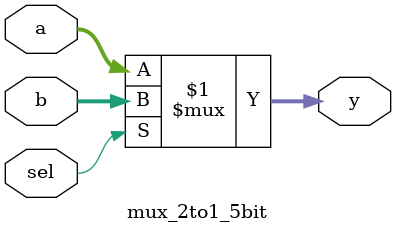
<source format=v>
module mux_2to1_5bit(input [4:0] a, b, input sel, output wire [4:0] y);
	
	assign y = sel ? b : a;

endmodule
</source>
